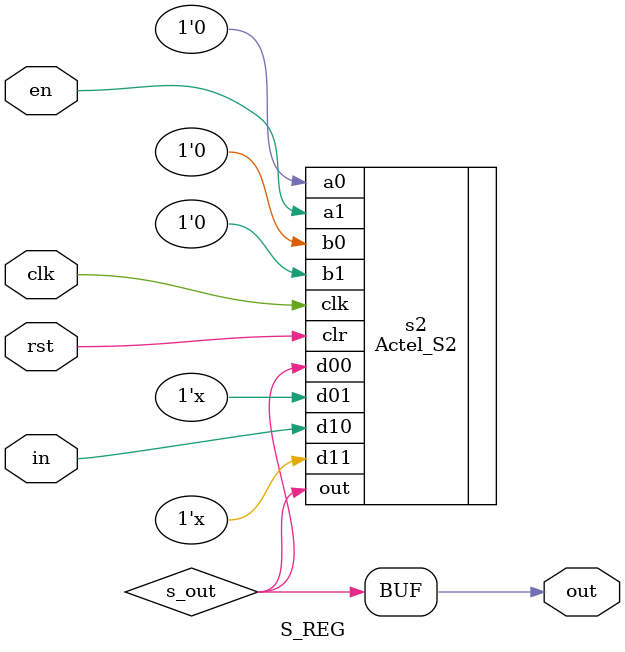
<source format=v>
module S_REG(clk, rst, en, in, out);

    input wire[0:0] clk, rst, en, in;
    output wire[0:0] out;

    wire[0:0] s_out;

    Actel_S2 s2(
        .out(s_out),
        .d00(s_out), .d01(1'bz), 
        .d10(in),    .d11(1'bz), 
        .a1(en),     .b1(1'b0), 
        .a0(1'b0),   .b0(1'b0), 
        .clr(rst),   .clk(clk) 
    );

    assign out = s_out; 

endmodule

</source>
